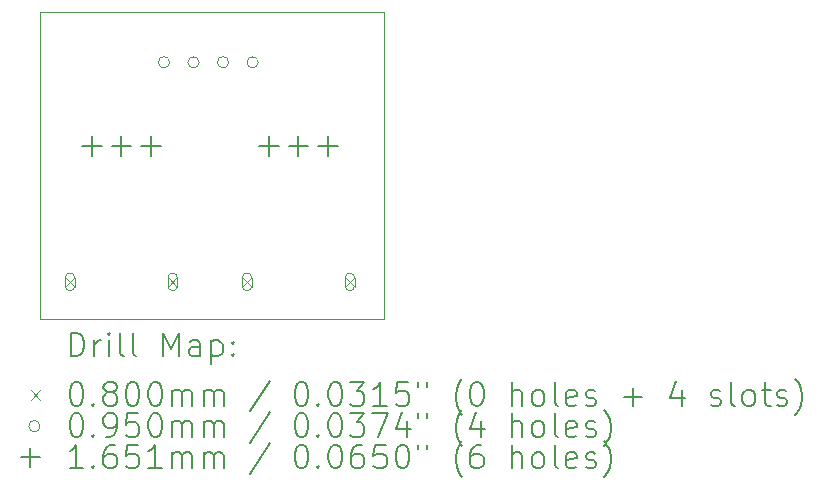
<source format=gbr>
%TF.GenerationSoftware,KiCad,Pcbnew,8.0.2*%
%TF.CreationDate,2024-08-21T00:08:59-07:00*%
%TF.ProjectId,socket_test,736f636b-6574-45f7-9465-73742e6b6963,rev?*%
%TF.SameCoordinates,Original*%
%TF.FileFunction,Drillmap*%
%TF.FilePolarity,Positive*%
%FSLAX45Y45*%
G04 Gerber Fmt 4.5, Leading zero omitted, Abs format (unit mm)*
G04 Created by KiCad (PCBNEW 8.0.2) date 2024-08-21 00:08:59*
%MOMM*%
%LPD*%
G01*
G04 APERTURE LIST*
%ADD10C,0.050000*%
%ADD11C,0.200000*%
%ADD12C,0.100000*%
%ADD13C,0.165100*%
G04 APERTURE END LIST*
D10*
X23558500Y-12506960D02*
X26469340Y-12506960D01*
X26469340Y-15105380D01*
X23558500Y-15105380D01*
X23558500Y-12506960D01*
D11*
D12*
X23768640Y-14750420D02*
X23848640Y-14830420D01*
X23848640Y-14750420D02*
X23768640Y-14830420D01*
X23848640Y-14825420D02*
X23848640Y-14755420D01*
X23768640Y-14755420D02*
G75*
G02*
X23848640Y-14755420I40000J0D01*
G01*
X23768640Y-14755420D02*
X23768640Y-14825420D01*
X23768640Y-14825420D02*
G75*
G03*
X23848640Y-14825420I40000J0D01*
G01*
X24638640Y-14750420D02*
X24718640Y-14830420D01*
X24718640Y-14750420D02*
X24638640Y-14830420D01*
X24718640Y-14825420D02*
X24718640Y-14755420D01*
X24638640Y-14755420D02*
G75*
G02*
X24718640Y-14755420I40000J0D01*
G01*
X24638640Y-14755420D02*
X24638640Y-14825420D01*
X24638640Y-14825420D02*
G75*
G03*
X24718640Y-14825420I40000J0D01*
G01*
X25268640Y-14750420D02*
X25348640Y-14830420D01*
X25348640Y-14750420D02*
X25268640Y-14830420D01*
X25348640Y-14825420D02*
X25348640Y-14755420D01*
X25268640Y-14755420D02*
G75*
G02*
X25348640Y-14755420I40000J0D01*
G01*
X25268640Y-14755420D02*
X25268640Y-14825420D01*
X25268640Y-14825420D02*
G75*
G03*
X25348640Y-14825420I40000J0D01*
G01*
X26138640Y-14750420D02*
X26218640Y-14830420D01*
X26218640Y-14750420D02*
X26138640Y-14830420D01*
X26218640Y-14825420D02*
X26218640Y-14755420D01*
X26138640Y-14755420D02*
G75*
G02*
X26218640Y-14755420I40000J0D01*
G01*
X26138640Y-14755420D02*
X26138640Y-14825420D01*
X26138640Y-14825420D02*
G75*
G03*
X26218640Y-14825420I40000J0D01*
G01*
X24652480Y-12931140D02*
G75*
G02*
X24557480Y-12931140I-47500J0D01*
G01*
X24557480Y-12931140D02*
G75*
G02*
X24652480Y-12931140I47500J0D01*
G01*
X24902480Y-12931140D02*
G75*
G02*
X24807480Y-12931140I-47500J0D01*
G01*
X24807480Y-12931140D02*
G75*
G02*
X24902480Y-12931140I47500J0D01*
G01*
X25152480Y-12931140D02*
G75*
G02*
X25057480Y-12931140I-47500J0D01*
G01*
X25057480Y-12931140D02*
G75*
G02*
X25152480Y-12931140I47500J0D01*
G01*
X25402480Y-12931140D02*
G75*
G02*
X25307480Y-12931140I-47500J0D01*
G01*
X25307480Y-12931140D02*
G75*
G02*
X25402480Y-12931140I47500J0D01*
G01*
D13*
X23993640Y-13557870D02*
X23993640Y-13722970D01*
X23911090Y-13640420D02*
X24076190Y-13640420D01*
X24243640Y-13557870D02*
X24243640Y-13722970D01*
X24161090Y-13640420D02*
X24326190Y-13640420D01*
X24493640Y-13557870D02*
X24493640Y-13722970D01*
X24411090Y-13640420D02*
X24576190Y-13640420D01*
X25493640Y-13557870D02*
X25493640Y-13722970D01*
X25411090Y-13640420D02*
X25576190Y-13640420D01*
X25743640Y-13557870D02*
X25743640Y-13722970D01*
X25661090Y-13640420D02*
X25826190Y-13640420D01*
X25993640Y-13557870D02*
X25993640Y-13722970D01*
X25911090Y-13640420D02*
X26076190Y-13640420D01*
D11*
X23816777Y-15419364D02*
X23816777Y-15219364D01*
X23816777Y-15219364D02*
X23864396Y-15219364D01*
X23864396Y-15219364D02*
X23892967Y-15228888D01*
X23892967Y-15228888D02*
X23912015Y-15247935D01*
X23912015Y-15247935D02*
X23921539Y-15266983D01*
X23921539Y-15266983D02*
X23931062Y-15305078D01*
X23931062Y-15305078D02*
X23931062Y-15333649D01*
X23931062Y-15333649D02*
X23921539Y-15371745D01*
X23921539Y-15371745D02*
X23912015Y-15390792D01*
X23912015Y-15390792D02*
X23892967Y-15409840D01*
X23892967Y-15409840D02*
X23864396Y-15419364D01*
X23864396Y-15419364D02*
X23816777Y-15419364D01*
X24016777Y-15419364D02*
X24016777Y-15286030D01*
X24016777Y-15324126D02*
X24026301Y-15305078D01*
X24026301Y-15305078D02*
X24035824Y-15295554D01*
X24035824Y-15295554D02*
X24054872Y-15286030D01*
X24054872Y-15286030D02*
X24073920Y-15286030D01*
X24140586Y-15419364D02*
X24140586Y-15286030D01*
X24140586Y-15219364D02*
X24131062Y-15228888D01*
X24131062Y-15228888D02*
X24140586Y-15238411D01*
X24140586Y-15238411D02*
X24150110Y-15228888D01*
X24150110Y-15228888D02*
X24140586Y-15219364D01*
X24140586Y-15219364D02*
X24140586Y-15238411D01*
X24264396Y-15419364D02*
X24245348Y-15409840D01*
X24245348Y-15409840D02*
X24235824Y-15390792D01*
X24235824Y-15390792D02*
X24235824Y-15219364D01*
X24369158Y-15419364D02*
X24350110Y-15409840D01*
X24350110Y-15409840D02*
X24340586Y-15390792D01*
X24340586Y-15390792D02*
X24340586Y-15219364D01*
X24597729Y-15419364D02*
X24597729Y-15219364D01*
X24597729Y-15219364D02*
X24664396Y-15362221D01*
X24664396Y-15362221D02*
X24731062Y-15219364D01*
X24731062Y-15219364D02*
X24731062Y-15419364D01*
X24912015Y-15419364D02*
X24912015Y-15314602D01*
X24912015Y-15314602D02*
X24902491Y-15295554D01*
X24902491Y-15295554D02*
X24883443Y-15286030D01*
X24883443Y-15286030D02*
X24845348Y-15286030D01*
X24845348Y-15286030D02*
X24826301Y-15295554D01*
X24912015Y-15409840D02*
X24892967Y-15419364D01*
X24892967Y-15419364D02*
X24845348Y-15419364D01*
X24845348Y-15419364D02*
X24826301Y-15409840D01*
X24826301Y-15409840D02*
X24816777Y-15390792D01*
X24816777Y-15390792D02*
X24816777Y-15371745D01*
X24816777Y-15371745D02*
X24826301Y-15352697D01*
X24826301Y-15352697D02*
X24845348Y-15343173D01*
X24845348Y-15343173D02*
X24892967Y-15343173D01*
X24892967Y-15343173D02*
X24912015Y-15333649D01*
X25007253Y-15286030D02*
X25007253Y-15486030D01*
X25007253Y-15295554D02*
X25026301Y-15286030D01*
X25026301Y-15286030D02*
X25064396Y-15286030D01*
X25064396Y-15286030D02*
X25083443Y-15295554D01*
X25083443Y-15295554D02*
X25092967Y-15305078D01*
X25092967Y-15305078D02*
X25102491Y-15324126D01*
X25102491Y-15324126D02*
X25102491Y-15381268D01*
X25102491Y-15381268D02*
X25092967Y-15400316D01*
X25092967Y-15400316D02*
X25083443Y-15409840D01*
X25083443Y-15409840D02*
X25064396Y-15419364D01*
X25064396Y-15419364D02*
X25026301Y-15419364D01*
X25026301Y-15419364D02*
X25007253Y-15409840D01*
X25188205Y-15400316D02*
X25197729Y-15409840D01*
X25197729Y-15409840D02*
X25188205Y-15419364D01*
X25188205Y-15419364D02*
X25178682Y-15409840D01*
X25178682Y-15409840D02*
X25188205Y-15400316D01*
X25188205Y-15400316D02*
X25188205Y-15419364D01*
X25188205Y-15295554D02*
X25197729Y-15305078D01*
X25197729Y-15305078D02*
X25188205Y-15314602D01*
X25188205Y-15314602D02*
X25178682Y-15305078D01*
X25178682Y-15305078D02*
X25188205Y-15295554D01*
X25188205Y-15295554D02*
X25188205Y-15314602D01*
D12*
X23476000Y-15707880D02*
X23556000Y-15787880D01*
X23556000Y-15707880D02*
X23476000Y-15787880D01*
D11*
X23854872Y-15639364D02*
X23873920Y-15639364D01*
X23873920Y-15639364D02*
X23892967Y-15648888D01*
X23892967Y-15648888D02*
X23902491Y-15658411D01*
X23902491Y-15658411D02*
X23912015Y-15677459D01*
X23912015Y-15677459D02*
X23921539Y-15715554D01*
X23921539Y-15715554D02*
X23921539Y-15763173D01*
X23921539Y-15763173D02*
X23912015Y-15801268D01*
X23912015Y-15801268D02*
X23902491Y-15820316D01*
X23902491Y-15820316D02*
X23892967Y-15829840D01*
X23892967Y-15829840D02*
X23873920Y-15839364D01*
X23873920Y-15839364D02*
X23854872Y-15839364D01*
X23854872Y-15839364D02*
X23835824Y-15829840D01*
X23835824Y-15829840D02*
X23826301Y-15820316D01*
X23826301Y-15820316D02*
X23816777Y-15801268D01*
X23816777Y-15801268D02*
X23807253Y-15763173D01*
X23807253Y-15763173D02*
X23807253Y-15715554D01*
X23807253Y-15715554D02*
X23816777Y-15677459D01*
X23816777Y-15677459D02*
X23826301Y-15658411D01*
X23826301Y-15658411D02*
X23835824Y-15648888D01*
X23835824Y-15648888D02*
X23854872Y-15639364D01*
X24007253Y-15820316D02*
X24016777Y-15829840D01*
X24016777Y-15829840D02*
X24007253Y-15839364D01*
X24007253Y-15839364D02*
X23997729Y-15829840D01*
X23997729Y-15829840D02*
X24007253Y-15820316D01*
X24007253Y-15820316D02*
X24007253Y-15839364D01*
X24131062Y-15725078D02*
X24112015Y-15715554D01*
X24112015Y-15715554D02*
X24102491Y-15706030D01*
X24102491Y-15706030D02*
X24092967Y-15686983D01*
X24092967Y-15686983D02*
X24092967Y-15677459D01*
X24092967Y-15677459D02*
X24102491Y-15658411D01*
X24102491Y-15658411D02*
X24112015Y-15648888D01*
X24112015Y-15648888D02*
X24131062Y-15639364D01*
X24131062Y-15639364D02*
X24169158Y-15639364D01*
X24169158Y-15639364D02*
X24188205Y-15648888D01*
X24188205Y-15648888D02*
X24197729Y-15658411D01*
X24197729Y-15658411D02*
X24207253Y-15677459D01*
X24207253Y-15677459D02*
X24207253Y-15686983D01*
X24207253Y-15686983D02*
X24197729Y-15706030D01*
X24197729Y-15706030D02*
X24188205Y-15715554D01*
X24188205Y-15715554D02*
X24169158Y-15725078D01*
X24169158Y-15725078D02*
X24131062Y-15725078D01*
X24131062Y-15725078D02*
X24112015Y-15734602D01*
X24112015Y-15734602D02*
X24102491Y-15744126D01*
X24102491Y-15744126D02*
X24092967Y-15763173D01*
X24092967Y-15763173D02*
X24092967Y-15801268D01*
X24092967Y-15801268D02*
X24102491Y-15820316D01*
X24102491Y-15820316D02*
X24112015Y-15829840D01*
X24112015Y-15829840D02*
X24131062Y-15839364D01*
X24131062Y-15839364D02*
X24169158Y-15839364D01*
X24169158Y-15839364D02*
X24188205Y-15829840D01*
X24188205Y-15829840D02*
X24197729Y-15820316D01*
X24197729Y-15820316D02*
X24207253Y-15801268D01*
X24207253Y-15801268D02*
X24207253Y-15763173D01*
X24207253Y-15763173D02*
X24197729Y-15744126D01*
X24197729Y-15744126D02*
X24188205Y-15734602D01*
X24188205Y-15734602D02*
X24169158Y-15725078D01*
X24331062Y-15639364D02*
X24350110Y-15639364D01*
X24350110Y-15639364D02*
X24369158Y-15648888D01*
X24369158Y-15648888D02*
X24378682Y-15658411D01*
X24378682Y-15658411D02*
X24388205Y-15677459D01*
X24388205Y-15677459D02*
X24397729Y-15715554D01*
X24397729Y-15715554D02*
X24397729Y-15763173D01*
X24397729Y-15763173D02*
X24388205Y-15801268D01*
X24388205Y-15801268D02*
X24378682Y-15820316D01*
X24378682Y-15820316D02*
X24369158Y-15829840D01*
X24369158Y-15829840D02*
X24350110Y-15839364D01*
X24350110Y-15839364D02*
X24331062Y-15839364D01*
X24331062Y-15839364D02*
X24312015Y-15829840D01*
X24312015Y-15829840D02*
X24302491Y-15820316D01*
X24302491Y-15820316D02*
X24292967Y-15801268D01*
X24292967Y-15801268D02*
X24283443Y-15763173D01*
X24283443Y-15763173D02*
X24283443Y-15715554D01*
X24283443Y-15715554D02*
X24292967Y-15677459D01*
X24292967Y-15677459D02*
X24302491Y-15658411D01*
X24302491Y-15658411D02*
X24312015Y-15648888D01*
X24312015Y-15648888D02*
X24331062Y-15639364D01*
X24521539Y-15639364D02*
X24540586Y-15639364D01*
X24540586Y-15639364D02*
X24559634Y-15648888D01*
X24559634Y-15648888D02*
X24569158Y-15658411D01*
X24569158Y-15658411D02*
X24578682Y-15677459D01*
X24578682Y-15677459D02*
X24588205Y-15715554D01*
X24588205Y-15715554D02*
X24588205Y-15763173D01*
X24588205Y-15763173D02*
X24578682Y-15801268D01*
X24578682Y-15801268D02*
X24569158Y-15820316D01*
X24569158Y-15820316D02*
X24559634Y-15829840D01*
X24559634Y-15829840D02*
X24540586Y-15839364D01*
X24540586Y-15839364D02*
X24521539Y-15839364D01*
X24521539Y-15839364D02*
X24502491Y-15829840D01*
X24502491Y-15829840D02*
X24492967Y-15820316D01*
X24492967Y-15820316D02*
X24483443Y-15801268D01*
X24483443Y-15801268D02*
X24473920Y-15763173D01*
X24473920Y-15763173D02*
X24473920Y-15715554D01*
X24473920Y-15715554D02*
X24483443Y-15677459D01*
X24483443Y-15677459D02*
X24492967Y-15658411D01*
X24492967Y-15658411D02*
X24502491Y-15648888D01*
X24502491Y-15648888D02*
X24521539Y-15639364D01*
X24673920Y-15839364D02*
X24673920Y-15706030D01*
X24673920Y-15725078D02*
X24683443Y-15715554D01*
X24683443Y-15715554D02*
X24702491Y-15706030D01*
X24702491Y-15706030D02*
X24731063Y-15706030D01*
X24731063Y-15706030D02*
X24750110Y-15715554D01*
X24750110Y-15715554D02*
X24759634Y-15734602D01*
X24759634Y-15734602D02*
X24759634Y-15839364D01*
X24759634Y-15734602D02*
X24769158Y-15715554D01*
X24769158Y-15715554D02*
X24788205Y-15706030D01*
X24788205Y-15706030D02*
X24816777Y-15706030D01*
X24816777Y-15706030D02*
X24835824Y-15715554D01*
X24835824Y-15715554D02*
X24845348Y-15734602D01*
X24845348Y-15734602D02*
X24845348Y-15839364D01*
X24940586Y-15839364D02*
X24940586Y-15706030D01*
X24940586Y-15725078D02*
X24950110Y-15715554D01*
X24950110Y-15715554D02*
X24969158Y-15706030D01*
X24969158Y-15706030D02*
X24997729Y-15706030D01*
X24997729Y-15706030D02*
X25016777Y-15715554D01*
X25016777Y-15715554D02*
X25026301Y-15734602D01*
X25026301Y-15734602D02*
X25026301Y-15839364D01*
X25026301Y-15734602D02*
X25035824Y-15715554D01*
X25035824Y-15715554D02*
X25054872Y-15706030D01*
X25054872Y-15706030D02*
X25083443Y-15706030D01*
X25083443Y-15706030D02*
X25102491Y-15715554D01*
X25102491Y-15715554D02*
X25112015Y-15734602D01*
X25112015Y-15734602D02*
X25112015Y-15839364D01*
X25502491Y-15629840D02*
X25331063Y-15886983D01*
X25759634Y-15639364D02*
X25778682Y-15639364D01*
X25778682Y-15639364D02*
X25797729Y-15648888D01*
X25797729Y-15648888D02*
X25807253Y-15658411D01*
X25807253Y-15658411D02*
X25816777Y-15677459D01*
X25816777Y-15677459D02*
X25826301Y-15715554D01*
X25826301Y-15715554D02*
X25826301Y-15763173D01*
X25826301Y-15763173D02*
X25816777Y-15801268D01*
X25816777Y-15801268D02*
X25807253Y-15820316D01*
X25807253Y-15820316D02*
X25797729Y-15829840D01*
X25797729Y-15829840D02*
X25778682Y-15839364D01*
X25778682Y-15839364D02*
X25759634Y-15839364D01*
X25759634Y-15839364D02*
X25740586Y-15829840D01*
X25740586Y-15829840D02*
X25731063Y-15820316D01*
X25731063Y-15820316D02*
X25721539Y-15801268D01*
X25721539Y-15801268D02*
X25712015Y-15763173D01*
X25712015Y-15763173D02*
X25712015Y-15715554D01*
X25712015Y-15715554D02*
X25721539Y-15677459D01*
X25721539Y-15677459D02*
X25731063Y-15658411D01*
X25731063Y-15658411D02*
X25740586Y-15648888D01*
X25740586Y-15648888D02*
X25759634Y-15639364D01*
X25912015Y-15820316D02*
X25921539Y-15829840D01*
X25921539Y-15829840D02*
X25912015Y-15839364D01*
X25912015Y-15839364D02*
X25902491Y-15829840D01*
X25902491Y-15829840D02*
X25912015Y-15820316D01*
X25912015Y-15820316D02*
X25912015Y-15839364D01*
X26045348Y-15639364D02*
X26064396Y-15639364D01*
X26064396Y-15639364D02*
X26083444Y-15648888D01*
X26083444Y-15648888D02*
X26092967Y-15658411D01*
X26092967Y-15658411D02*
X26102491Y-15677459D01*
X26102491Y-15677459D02*
X26112015Y-15715554D01*
X26112015Y-15715554D02*
X26112015Y-15763173D01*
X26112015Y-15763173D02*
X26102491Y-15801268D01*
X26102491Y-15801268D02*
X26092967Y-15820316D01*
X26092967Y-15820316D02*
X26083444Y-15829840D01*
X26083444Y-15829840D02*
X26064396Y-15839364D01*
X26064396Y-15839364D02*
X26045348Y-15839364D01*
X26045348Y-15839364D02*
X26026301Y-15829840D01*
X26026301Y-15829840D02*
X26016777Y-15820316D01*
X26016777Y-15820316D02*
X26007253Y-15801268D01*
X26007253Y-15801268D02*
X25997729Y-15763173D01*
X25997729Y-15763173D02*
X25997729Y-15715554D01*
X25997729Y-15715554D02*
X26007253Y-15677459D01*
X26007253Y-15677459D02*
X26016777Y-15658411D01*
X26016777Y-15658411D02*
X26026301Y-15648888D01*
X26026301Y-15648888D02*
X26045348Y-15639364D01*
X26178682Y-15639364D02*
X26302491Y-15639364D01*
X26302491Y-15639364D02*
X26235825Y-15715554D01*
X26235825Y-15715554D02*
X26264396Y-15715554D01*
X26264396Y-15715554D02*
X26283444Y-15725078D01*
X26283444Y-15725078D02*
X26292967Y-15734602D01*
X26292967Y-15734602D02*
X26302491Y-15753649D01*
X26302491Y-15753649D02*
X26302491Y-15801268D01*
X26302491Y-15801268D02*
X26292967Y-15820316D01*
X26292967Y-15820316D02*
X26283444Y-15829840D01*
X26283444Y-15829840D02*
X26264396Y-15839364D01*
X26264396Y-15839364D02*
X26207253Y-15839364D01*
X26207253Y-15839364D02*
X26188206Y-15829840D01*
X26188206Y-15829840D02*
X26178682Y-15820316D01*
X26492967Y-15839364D02*
X26378682Y-15839364D01*
X26435825Y-15839364D02*
X26435825Y-15639364D01*
X26435825Y-15639364D02*
X26416777Y-15667935D01*
X26416777Y-15667935D02*
X26397729Y-15686983D01*
X26397729Y-15686983D02*
X26378682Y-15696507D01*
X26673920Y-15639364D02*
X26578682Y-15639364D01*
X26578682Y-15639364D02*
X26569158Y-15734602D01*
X26569158Y-15734602D02*
X26578682Y-15725078D01*
X26578682Y-15725078D02*
X26597729Y-15715554D01*
X26597729Y-15715554D02*
X26645348Y-15715554D01*
X26645348Y-15715554D02*
X26664396Y-15725078D01*
X26664396Y-15725078D02*
X26673920Y-15734602D01*
X26673920Y-15734602D02*
X26683444Y-15753649D01*
X26683444Y-15753649D02*
X26683444Y-15801268D01*
X26683444Y-15801268D02*
X26673920Y-15820316D01*
X26673920Y-15820316D02*
X26664396Y-15829840D01*
X26664396Y-15829840D02*
X26645348Y-15839364D01*
X26645348Y-15839364D02*
X26597729Y-15839364D01*
X26597729Y-15839364D02*
X26578682Y-15829840D01*
X26578682Y-15829840D02*
X26569158Y-15820316D01*
X26759634Y-15639364D02*
X26759634Y-15677459D01*
X26835825Y-15639364D02*
X26835825Y-15677459D01*
X27131063Y-15915554D02*
X27121539Y-15906030D01*
X27121539Y-15906030D02*
X27102491Y-15877459D01*
X27102491Y-15877459D02*
X27092968Y-15858411D01*
X27092968Y-15858411D02*
X27083444Y-15829840D01*
X27083444Y-15829840D02*
X27073920Y-15782221D01*
X27073920Y-15782221D02*
X27073920Y-15744126D01*
X27073920Y-15744126D02*
X27083444Y-15696507D01*
X27083444Y-15696507D02*
X27092968Y-15667935D01*
X27092968Y-15667935D02*
X27102491Y-15648888D01*
X27102491Y-15648888D02*
X27121539Y-15620316D01*
X27121539Y-15620316D02*
X27131063Y-15610792D01*
X27245348Y-15639364D02*
X27264396Y-15639364D01*
X27264396Y-15639364D02*
X27283444Y-15648888D01*
X27283444Y-15648888D02*
X27292968Y-15658411D01*
X27292968Y-15658411D02*
X27302491Y-15677459D01*
X27302491Y-15677459D02*
X27312015Y-15715554D01*
X27312015Y-15715554D02*
X27312015Y-15763173D01*
X27312015Y-15763173D02*
X27302491Y-15801268D01*
X27302491Y-15801268D02*
X27292968Y-15820316D01*
X27292968Y-15820316D02*
X27283444Y-15829840D01*
X27283444Y-15829840D02*
X27264396Y-15839364D01*
X27264396Y-15839364D02*
X27245348Y-15839364D01*
X27245348Y-15839364D02*
X27226301Y-15829840D01*
X27226301Y-15829840D02*
X27216777Y-15820316D01*
X27216777Y-15820316D02*
X27207253Y-15801268D01*
X27207253Y-15801268D02*
X27197729Y-15763173D01*
X27197729Y-15763173D02*
X27197729Y-15715554D01*
X27197729Y-15715554D02*
X27207253Y-15677459D01*
X27207253Y-15677459D02*
X27216777Y-15658411D01*
X27216777Y-15658411D02*
X27226301Y-15648888D01*
X27226301Y-15648888D02*
X27245348Y-15639364D01*
X27550110Y-15839364D02*
X27550110Y-15639364D01*
X27635825Y-15839364D02*
X27635825Y-15734602D01*
X27635825Y-15734602D02*
X27626301Y-15715554D01*
X27626301Y-15715554D02*
X27607253Y-15706030D01*
X27607253Y-15706030D02*
X27578682Y-15706030D01*
X27578682Y-15706030D02*
X27559634Y-15715554D01*
X27559634Y-15715554D02*
X27550110Y-15725078D01*
X27759634Y-15839364D02*
X27740587Y-15829840D01*
X27740587Y-15829840D02*
X27731063Y-15820316D01*
X27731063Y-15820316D02*
X27721539Y-15801268D01*
X27721539Y-15801268D02*
X27721539Y-15744126D01*
X27721539Y-15744126D02*
X27731063Y-15725078D01*
X27731063Y-15725078D02*
X27740587Y-15715554D01*
X27740587Y-15715554D02*
X27759634Y-15706030D01*
X27759634Y-15706030D02*
X27788206Y-15706030D01*
X27788206Y-15706030D02*
X27807253Y-15715554D01*
X27807253Y-15715554D02*
X27816777Y-15725078D01*
X27816777Y-15725078D02*
X27826301Y-15744126D01*
X27826301Y-15744126D02*
X27826301Y-15801268D01*
X27826301Y-15801268D02*
X27816777Y-15820316D01*
X27816777Y-15820316D02*
X27807253Y-15829840D01*
X27807253Y-15829840D02*
X27788206Y-15839364D01*
X27788206Y-15839364D02*
X27759634Y-15839364D01*
X27940587Y-15839364D02*
X27921539Y-15829840D01*
X27921539Y-15829840D02*
X27912015Y-15810792D01*
X27912015Y-15810792D02*
X27912015Y-15639364D01*
X28092968Y-15829840D02*
X28073920Y-15839364D01*
X28073920Y-15839364D02*
X28035825Y-15839364D01*
X28035825Y-15839364D02*
X28016777Y-15829840D01*
X28016777Y-15829840D02*
X28007253Y-15810792D01*
X28007253Y-15810792D02*
X28007253Y-15734602D01*
X28007253Y-15734602D02*
X28016777Y-15715554D01*
X28016777Y-15715554D02*
X28035825Y-15706030D01*
X28035825Y-15706030D02*
X28073920Y-15706030D01*
X28073920Y-15706030D02*
X28092968Y-15715554D01*
X28092968Y-15715554D02*
X28102491Y-15734602D01*
X28102491Y-15734602D02*
X28102491Y-15753649D01*
X28102491Y-15753649D02*
X28007253Y-15772697D01*
X28178682Y-15829840D02*
X28197730Y-15839364D01*
X28197730Y-15839364D02*
X28235825Y-15839364D01*
X28235825Y-15839364D02*
X28254872Y-15829840D01*
X28254872Y-15829840D02*
X28264396Y-15810792D01*
X28264396Y-15810792D02*
X28264396Y-15801268D01*
X28264396Y-15801268D02*
X28254872Y-15782221D01*
X28254872Y-15782221D02*
X28235825Y-15772697D01*
X28235825Y-15772697D02*
X28207253Y-15772697D01*
X28207253Y-15772697D02*
X28188206Y-15763173D01*
X28188206Y-15763173D02*
X28178682Y-15744126D01*
X28178682Y-15744126D02*
X28178682Y-15734602D01*
X28178682Y-15734602D02*
X28188206Y-15715554D01*
X28188206Y-15715554D02*
X28207253Y-15706030D01*
X28207253Y-15706030D02*
X28235825Y-15706030D01*
X28235825Y-15706030D02*
X28254872Y-15715554D01*
X28502492Y-15763173D02*
X28654873Y-15763173D01*
X28578682Y-15839364D02*
X28578682Y-15686983D01*
X28988206Y-15706030D02*
X28988206Y-15839364D01*
X28940587Y-15629840D02*
X28892968Y-15772697D01*
X28892968Y-15772697D02*
X29016777Y-15772697D01*
X29235825Y-15829840D02*
X29254873Y-15839364D01*
X29254873Y-15839364D02*
X29292968Y-15839364D01*
X29292968Y-15839364D02*
X29312015Y-15829840D01*
X29312015Y-15829840D02*
X29321539Y-15810792D01*
X29321539Y-15810792D02*
X29321539Y-15801268D01*
X29321539Y-15801268D02*
X29312015Y-15782221D01*
X29312015Y-15782221D02*
X29292968Y-15772697D01*
X29292968Y-15772697D02*
X29264396Y-15772697D01*
X29264396Y-15772697D02*
X29245349Y-15763173D01*
X29245349Y-15763173D02*
X29235825Y-15744126D01*
X29235825Y-15744126D02*
X29235825Y-15734602D01*
X29235825Y-15734602D02*
X29245349Y-15715554D01*
X29245349Y-15715554D02*
X29264396Y-15706030D01*
X29264396Y-15706030D02*
X29292968Y-15706030D01*
X29292968Y-15706030D02*
X29312015Y-15715554D01*
X29435825Y-15839364D02*
X29416777Y-15829840D01*
X29416777Y-15829840D02*
X29407254Y-15810792D01*
X29407254Y-15810792D02*
X29407254Y-15639364D01*
X29540587Y-15839364D02*
X29521539Y-15829840D01*
X29521539Y-15829840D02*
X29512015Y-15820316D01*
X29512015Y-15820316D02*
X29502492Y-15801268D01*
X29502492Y-15801268D02*
X29502492Y-15744126D01*
X29502492Y-15744126D02*
X29512015Y-15725078D01*
X29512015Y-15725078D02*
X29521539Y-15715554D01*
X29521539Y-15715554D02*
X29540587Y-15706030D01*
X29540587Y-15706030D02*
X29569158Y-15706030D01*
X29569158Y-15706030D02*
X29588206Y-15715554D01*
X29588206Y-15715554D02*
X29597730Y-15725078D01*
X29597730Y-15725078D02*
X29607254Y-15744126D01*
X29607254Y-15744126D02*
X29607254Y-15801268D01*
X29607254Y-15801268D02*
X29597730Y-15820316D01*
X29597730Y-15820316D02*
X29588206Y-15829840D01*
X29588206Y-15829840D02*
X29569158Y-15839364D01*
X29569158Y-15839364D02*
X29540587Y-15839364D01*
X29664396Y-15706030D02*
X29740587Y-15706030D01*
X29692968Y-15639364D02*
X29692968Y-15810792D01*
X29692968Y-15810792D02*
X29702492Y-15829840D01*
X29702492Y-15829840D02*
X29721539Y-15839364D01*
X29721539Y-15839364D02*
X29740587Y-15839364D01*
X29797730Y-15829840D02*
X29816777Y-15839364D01*
X29816777Y-15839364D02*
X29854873Y-15839364D01*
X29854873Y-15839364D02*
X29873920Y-15829840D01*
X29873920Y-15829840D02*
X29883444Y-15810792D01*
X29883444Y-15810792D02*
X29883444Y-15801268D01*
X29883444Y-15801268D02*
X29873920Y-15782221D01*
X29873920Y-15782221D02*
X29854873Y-15772697D01*
X29854873Y-15772697D02*
X29826301Y-15772697D01*
X29826301Y-15772697D02*
X29807254Y-15763173D01*
X29807254Y-15763173D02*
X29797730Y-15744126D01*
X29797730Y-15744126D02*
X29797730Y-15734602D01*
X29797730Y-15734602D02*
X29807254Y-15715554D01*
X29807254Y-15715554D02*
X29826301Y-15706030D01*
X29826301Y-15706030D02*
X29854873Y-15706030D01*
X29854873Y-15706030D02*
X29873920Y-15715554D01*
X29950111Y-15915554D02*
X29959635Y-15906030D01*
X29959635Y-15906030D02*
X29978682Y-15877459D01*
X29978682Y-15877459D02*
X29988206Y-15858411D01*
X29988206Y-15858411D02*
X29997730Y-15829840D01*
X29997730Y-15829840D02*
X30007254Y-15782221D01*
X30007254Y-15782221D02*
X30007254Y-15744126D01*
X30007254Y-15744126D02*
X29997730Y-15696507D01*
X29997730Y-15696507D02*
X29988206Y-15667935D01*
X29988206Y-15667935D02*
X29978682Y-15648888D01*
X29978682Y-15648888D02*
X29959635Y-15620316D01*
X29959635Y-15620316D02*
X29950111Y-15610792D01*
D12*
X23556000Y-16011880D02*
G75*
G02*
X23461000Y-16011880I-47500J0D01*
G01*
X23461000Y-16011880D02*
G75*
G02*
X23556000Y-16011880I47500J0D01*
G01*
D11*
X23854872Y-15903364D02*
X23873920Y-15903364D01*
X23873920Y-15903364D02*
X23892967Y-15912888D01*
X23892967Y-15912888D02*
X23902491Y-15922411D01*
X23902491Y-15922411D02*
X23912015Y-15941459D01*
X23912015Y-15941459D02*
X23921539Y-15979554D01*
X23921539Y-15979554D02*
X23921539Y-16027173D01*
X23921539Y-16027173D02*
X23912015Y-16065268D01*
X23912015Y-16065268D02*
X23902491Y-16084316D01*
X23902491Y-16084316D02*
X23892967Y-16093840D01*
X23892967Y-16093840D02*
X23873920Y-16103364D01*
X23873920Y-16103364D02*
X23854872Y-16103364D01*
X23854872Y-16103364D02*
X23835824Y-16093840D01*
X23835824Y-16093840D02*
X23826301Y-16084316D01*
X23826301Y-16084316D02*
X23816777Y-16065268D01*
X23816777Y-16065268D02*
X23807253Y-16027173D01*
X23807253Y-16027173D02*
X23807253Y-15979554D01*
X23807253Y-15979554D02*
X23816777Y-15941459D01*
X23816777Y-15941459D02*
X23826301Y-15922411D01*
X23826301Y-15922411D02*
X23835824Y-15912888D01*
X23835824Y-15912888D02*
X23854872Y-15903364D01*
X24007253Y-16084316D02*
X24016777Y-16093840D01*
X24016777Y-16093840D02*
X24007253Y-16103364D01*
X24007253Y-16103364D02*
X23997729Y-16093840D01*
X23997729Y-16093840D02*
X24007253Y-16084316D01*
X24007253Y-16084316D02*
X24007253Y-16103364D01*
X24112015Y-16103364D02*
X24150110Y-16103364D01*
X24150110Y-16103364D02*
X24169158Y-16093840D01*
X24169158Y-16093840D02*
X24178682Y-16084316D01*
X24178682Y-16084316D02*
X24197729Y-16055745D01*
X24197729Y-16055745D02*
X24207253Y-16017649D01*
X24207253Y-16017649D02*
X24207253Y-15941459D01*
X24207253Y-15941459D02*
X24197729Y-15922411D01*
X24197729Y-15922411D02*
X24188205Y-15912888D01*
X24188205Y-15912888D02*
X24169158Y-15903364D01*
X24169158Y-15903364D02*
X24131062Y-15903364D01*
X24131062Y-15903364D02*
X24112015Y-15912888D01*
X24112015Y-15912888D02*
X24102491Y-15922411D01*
X24102491Y-15922411D02*
X24092967Y-15941459D01*
X24092967Y-15941459D02*
X24092967Y-15989078D01*
X24092967Y-15989078D02*
X24102491Y-16008126D01*
X24102491Y-16008126D02*
X24112015Y-16017649D01*
X24112015Y-16017649D02*
X24131062Y-16027173D01*
X24131062Y-16027173D02*
X24169158Y-16027173D01*
X24169158Y-16027173D02*
X24188205Y-16017649D01*
X24188205Y-16017649D02*
X24197729Y-16008126D01*
X24197729Y-16008126D02*
X24207253Y-15989078D01*
X24388205Y-15903364D02*
X24292967Y-15903364D01*
X24292967Y-15903364D02*
X24283443Y-15998602D01*
X24283443Y-15998602D02*
X24292967Y-15989078D01*
X24292967Y-15989078D02*
X24312015Y-15979554D01*
X24312015Y-15979554D02*
X24359634Y-15979554D01*
X24359634Y-15979554D02*
X24378682Y-15989078D01*
X24378682Y-15989078D02*
X24388205Y-15998602D01*
X24388205Y-15998602D02*
X24397729Y-16017649D01*
X24397729Y-16017649D02*
X24397729Y-16065268D01*
X24397729Y-16065268D02*
X24388205Y-16084316D01*
X24388205Y-16084316D02*
X24378682Y-16093840D01*
X24378682Y-16093840D02*
X24359634Y-16103364D01*
X24359634Y-16103364D02*
X24312015Y-16103364D01*
X24312015Y-16103364D02*
X24292967Y-16093840D01*
X24292967Y-16093840D02*
X24283443Y-16084316D01*
X24521539Y-15903364D02*
X24540586Y-15903364D01*
X24540586Y-15903364D02*
X24559634Y-15912888D01*
X24559634Y-15912888D02*
X24569158Y-15922411D01*
X24569158Y-15922411D02*
X24578682Y-15941459D01*
X24578682Y-15941459D02*
X24588205Y-15979554D01*
X24588205Y-15979554D02*
X24588205Y-16027173D01*
X24588205Y-16027173D02*
X24578682Y-16065268D01*
X24578682Y-16065268D02*
X24569158Y-16084316D01*
X24569158Y-16084316D02*
X24559634Y-16093840D01*
X24559634Y-16093840D02*
X24540586Y-16103364D01*
X24540586Y-16103364D02*
X24521539Y-16103364D01*
X24521539Y-16103364D02*
X24502491Y-16093840D01*
X24502491Y-16093840D02*
X24492967Y-16084316D01*
X24492967Y-16084316D02*
X24483443Y-16065268D01*
X24483443Y-16065268D02*
X24473920Y-16027173D01*
X24473920Y-16027173D02*
X24473920Y-15979554D01*
X24473920Y-15979554D02*
X24483443Y-15941459D01*
X24483443Y-15941459D02*
X24492967Y-15922411D01*
X24492967Y-15922411D02*
X24502491Y-15912888D01*
X24502491Y-15912888D02*
X24521539Y-15903364D01*
X24673920Y-16103364D02*
X24673920Y-15970030D01*
X24673920Y-15989078D02*
X24683443Y-15979554D01*
X24683443Y-15979554D02*
X24702491Y-15970030D01*
X24702491Y-15970030D02*
X24731063Y-15970030D01*
X24731063Y-15970030D02*
X24750110Y-15979554D01*
X24750110Y-15979554D02*
X24759634Y-15998602D01*
X24759634Y-15998602D02*
X24759634Y-16103364D01*
X24759634Y-15998602D02*
X24769158Y-15979554D01*
X24769158Y-15979554D02*
X24788205Y-15970030D01*
X24788205Y-15970030D02*
X24816777Y-15970030D01*
X24816777Y-15970030D02*
X24835824Y-15979554D01*
X24835824Y-15979554D02*
X24845348Y-15998602D01*
X24845348Y-15998602D02*
X24845348Y-16103364D01*
X24940586Y-16103364D02*
X24940586Y-15970030D01*
X24940586Y-15989078D02*
X24950110Y-15979554D01*
X24950110Y-15979554D02*
X24969158Y-15970030D01*
X24969158Y-15970030D02*
X24997729Y-15970030D01*
X24997729Y-15970030D02*
X25016777Y-15979554D01*
X25016777Y-15979554D02*
X25026301Y-15998602D01*
X25026301Y-15998602D02*
X25026301Y-16103364D01*
X25026301Y-15998602D02*
X25035824Y-15979554D01*
X25035824Y-15979554D02*
X25054872Y-15970030D01*
X25054872Y-15970030D02*
X25083443Y-15970030D01*
X25083443Y-15970030D02*
X25102491Y-15979554D01*
X25102491Y-15979554D02*
X25112015Y-15998602D01*
X25112015Y-15998602D02*
X25112015Y-16103364D01*
X25502491Y-15893840D02*
X25331063Y-16150983D01*
X25759634Y-15903364D02*
X25778682Y-15903364D01*
X25778682Y-15903364D02*
X25797729Y-15912888D01*
X25797729Y-15912888D02*
X25807253Y-15922411D01*
X25807253Y-15922411D02*
X25816777Y-15941459D01*
X25816777Y-15941459D02*
X25826301Y-15979554D01*
X25826301Y-15979554D02*
X25826301Y-16027173D01*
X25826301Y-16027173D02*
X25816777Y-16065268D01*
X25816777Y-16065268D02*
X25807253Y-16084316D01*
X25807253Y-16084316D02*
X25797729Y-16093840D01*
X25797729Y-16093840D02*
X25778682Y-16103364D01*
X25778682Y-16103364D02*
X25759634Y-16103364D01*
X25759634Y-16103364D02*
X25740586Y-16093840D01*
X25740586Y-16093840D02*
X25731063Y-16084316D01*
X25731063Y-16084316D02*
X25721539Y-16065268D01*
X25721539Y-16065268D02*
X25712015Y-16027173D01*
X25712015Y-16027173D02*
X25712015Y-15979554D01*
X25712015Y-15979554D02*
X25721539Y-15941459D01*
X25721539Y-15941459D02*
X25731063Y-15922411D01*
X25731063Y-15922411D02*
X25740586Y-15912888D01*
X25740586Y-15912888D02*
X25759634Y-15903364D01*
X25912015Y-16084316D02*
X25921539Y-16093840D01*
X25921539Y-16093840D02*
X25912015Y-16103364D01*
X25912015Y-16103364D02*
X25902491Y-16093840D01*
X25902491Y-16093840D02*
X25912015Y-16084316D01*
X25912015Y-16084316D02*
X25912015Y-16103364D01*
X26045348Y-15903364D02*
X26064396Y-15903364D01*
X26064396Y-15903364D02*
X26083444Y-15912888D01*
X26083444Y-15912888D02*
X26092967Y-15922411D01*
X26092967Y-15922411D02*
X26102491Y-15941459D01*
X26102491Y-15941459D02*
X26112015Y-15979554D01*
X26112015Y-15979554D02*
X26112015Y-16027173D01*
X26112015Y-16027173D02*
X26102491Y-16065268D01*
X26102491Y-16065268D02*
X26092967Y-16084316D01*
X26092967Y-16084316D02*
X26083444Y-16093840D01*
X26083444Y-16093840D02*
X26064396Y-16103364D01*
X26064396Y-16103364D02*
X26045348Y-16103364D01*
X26045348Y-16103364D02*
X26026301Y-16093840D01*
X26026301Y-16093840D02*
X26016777Y-16084316D01*
X26016777Y-16084316D02*
X26007253Y-16065268D01*
X26007253Y-16065268D02*
X25997729Y-16027173D01*
X25997729Y-16027173D02*
X25997729Y-15979554D01*
X25997729Y-15979554D02*
X26007253Y-15941459D01*
X26007253Y-15941459D02*
X26016777Y-15922411D01*
X26016777Y-15922411D02*
X26026301Y-15912888D01*
X26026301Y-15912888D02*
X26045348Y-15903364D01*
X26178682Y-15903364D02*
X26302491Y-15903364D01*
X26302491Y-15903364D02*
X26235825Y-15979554D01*
X26235825Y-15979554D02*
X26264396Y-15979554D01*
X26264396Y-15979554D02*
X26283444Y-15989078D01*
X26283444Y-15989078D02*
X26292967Y-15998602D01*
X26292967Y-15998602D02*
X26302491Y-16017649D01*
X26302491Y-16017649D02*
X26302491Y-16065268D01*
X26302491Y-16065268D02*
X26292967Y-16084316D01*
X26292967Y-16084316D02*
X26283444Y-16093840D01*
X26283444Y-16093840D02*
X26264396Y-16103364D01*
X26264396Y-16103364D02*
X26207253Y-16103364D01*
X26207253Y-16103364D02*
X26188206Y-16093840D01*
X26188206Y-16093840D02*
X26178682Y-16084316D01*
X26369158Y-15903364D02*
X26502491Y-15903364D01*
X26502491Y-15903364D02*
X26416777Y-16103364D01*
X26664396Y-15970030D02*
X26664396Y-16103364D01*
X26616777Y-15893840D02*
X26569158Y-16036697D01*
X26569158Y-16036697D02*
X26692967Y-16036697D01*
X26759634Y-15903364D02*
X26759634Y-15941459D01*
X26835825Y-15903364D02*
X26835825Y-15941459D01*
X27131063Y-16179554D02*
X27121539Y-16170030D01*
X27121539Y-16170030D02*
X27102491Y-16141459D01*
X27102491Y-16141459D02*
X27092968Y-16122411D01*
X27092968Y-16122411D02*
X27083444Y-16093840D01*
X27083444Y-16093840D02*
X27073920Y-16046221D01*
X27073920Y-16046221D02*
X27073920Y-16008126D01*
X27073920Y-16008126D02*
X27083444Y-15960507D01*
X27083444Y-15960507D02*
X27092968Y-15931935D01*
X27092968Y-15931935D02*
X27102491Y-15912888D01*
X27102491Y-15912888D02*
X27121539Y-15884316D01*
X27121539Y-15884316D02*
X27131063Y-15874792D01*
X27292968Y-15970030D02*
X27292968Y-16103364D01*
X27245348Y-15893840D02*
X27197729Y-16036697D01*
X27197729Y-16036697D02*
X27321539Y-16036697D01*
X27550110Y-16103364D02*
X27550110Y-15903364D01*
X27635825Y-16103364D02*
X27635825Y-15998602D01*
X27635825Y-15998602D02*
X27626301Y-15979554D01*
X27626301Y-15979554D02*
X27607253Y-15970030D01*
X27607253Y-15970030D02*
X27578682Y-15970030D01*
X27578682Y-15970030D02*
X27559634Y-15979554D01*
X27559634Y-15979554D02*
X27550110Y-15989078D01*
X27759634Y-16103364D02*
X27740587Y-16093840D01*
X27740587Y-16093840D02*
X27731063Y-16084316D01*
X27731063Y-16084316D02*
X27721539Y-16065268D01*
X27721539Y-16065268D02*
X27721539Y-16008126D01*
X27721539Y-16008126D02*
X27731063Y-15989078D01*
X27731063Y-15989078D02*
X27740587Y-15979554D01*
X27740587Y-15979554D02*
X27759634Y-15970030D01*
X27759634Y-15970030D02*
X27788206Y-15970030D01*
X27788206Y-15970030D02*
X27807253Y-15979554D01*
X27807253Y-15979554D02*
X27816777Y-15989078D01*
X27816777Y-15989078D02*
X27826301Y-16008126D01*
X27826301Y-16008126D02*
X27826301Y-16065268D01*
X27826301Y-16065268D02*
X27816777Y-16084316D01*
X27816777Y-16084316D02*
X27807253Y-16093840D01*
X27807253Y-16093840D02*
X27788206Y-16103364D01*
X27788206Y-16103364D02*
X27759634Y-16103364D01*
X27940587Y-16103364D02*
X27921539Y-16093840D01*
X27921539Y-16093840D02*
X27912015Y-16074792D01*
X27912015Y-16074792D02*
X27912015Y-15903364D01*
X28092968Y-16093840D02*
X28073920Y-16103364D01*
X28073920Y-16103364D02*
X28035825Y-16103364D01*
X28035825Y-16103364D02*
X28016777Y-16093840D01*
X28016777Y-16093840D02*
X28007253Y-16074792D01*
X28007253Y-16074792D02*
X28007253Y-15998602D01*
X28007253Y-15998602D02*
X28016777Y-15979554D01*
X28016777Y-15979554D02*
X28035825Y-15970030D01*
X28035825Y-15970030D02*
X28073920Y-15970030D01*
X28073920Y-15970030D02*
X28092968Y-15979554D01*
X28092968Y-15979554D02*
X28102491Y-15998602D01*
X28102491Y-15998602D02*
X28102491Y-16017649D01*
X28102491Y-16017649D02*
X28007253Y-16036697D01*
X28178682Y-16093840D02*
X28197730Y-16103364D01*
X28197730Y-16103364D02*
X28235825Y-16103364D01*
X28235825Y-16103364D02*
X28254872Y-16093840D01*
X28254872Y-16093840D02*
X28264396Y-16074792D01*
X28264396Y-16074792D02*
X28264396Y-16065268D01*
X28264396Y-16065268D02*
X28254872Y-16046221D01*
X28254872Y-16046221D02*
X28235825Y-16036697D01*
X28235825Y-16036697D02*
X28207253Y-16036697D01*
X28207253Y-16036697D02*
X28188206Y-16027173D01*
X28188206Y-16027173D02*
X28178682Y-16008126D01*
X28178682Y-16008126D02*
X28178682Y-15998602D01*
X28178682Y-15998602D02*
X28188206Y-15979554D01*
X28188206Y-15979554D02*
X28207253Y-15970030D01*
X28207253Y-15970030D02*
X28235825Y-15970030D01*
X28235825Y-15970030D02*
X28254872Y-15979554D01*
X28331063Y-16179554D02*
X28340587Y-16170030D01*
X28340587Y-16170030D02*
X28359634Y-16141459D01*
X28359634Y-16141459D02*
X28369158Y-16122411D01*
X28369158Y-16122411D02*
X28378682Y-16093840D01*
X28378682Y-16093840D02*
X28388206Y-16046221D01*
X28388206Y-16046221D02*
X28388206Y-16008126D01*
X28388206Y-16008126D02*
X28378682Y-15960507D01*
X28378682Y-15960507D02*
X28369158Y-15931935D01*
X28369158Y-15931935D02*
X28359634Y-15912888D01*
X28359634Y-15912888D02*
X28340587Y-15884316D01*
X28340587Y-15884316D02*
X28331063Y-15874792D01*
D13*
X23473450Y-16193330D02*
X23473450Y-16358430D01*
X23390900Y-16275880D02*
X23556000Y-16275880D01*
D11*
X23921539Y-16367364D02*
X23807253Y-16367364D01*
X23864396Y-16367364D02*
X23864396Y-16167364D01*
X23864396Y-16167364D02*
X23845348Y-16195935D01*
X23845348Y-16195935D02*
X23826301Y-16214983D01*
X23826301Y-16214983D02*
X23807253Y-16224507D01*
X24007253Y-16348316D02*
X24016777Y-16357840D01*
X24016777Y-16357840D02*
X24007253Y-16367364D01*
X24007253Y-16367364D02*
X23997729Y-16357840D01*
X23997729Y-16357840D02*
X24007253Y-16348316D01*
X24007253Y-16348316D02*
X24007253Y-16367364D01*
X24188205Y-16167364D02*
X24150110Y-16167364D01*
X24150110Y-16167364D02*
X24131062Y-16176888D01*
X24131062Y-16176888D02*
X24121539Y-16186411D01*
X24121539Y-16186411D02*
X24102491Y-16214983D01*
X24102491Y-16214983D02*
X24092967Y-16253078D01*
X24092967Y-16253078D02*
X24092967Y-16329268D01*
X24092967Y-16329268D02*
X24102491Y-16348316D01*
X24102491Y-16348316D02*
X24112015Y-16357840D01*
X24112015Y-16357840D02*
X24131062Y-16367364D01*
X24131062Y-16367364D02*
X24169158Y-16367364D01*
X24169158Y-16367364D02*
X24188205Y-16357840D01*
X24188205Y-16357840D02*
X24197729Y-16348316D01*
X24197729Y-16348316D02*
X24207253Y-16329268D01*
X24207253Y-16329268D02*
X24207253Y-16281649D01*
X24207253Y-16281649D02*
X24197729Y-16262602D01*
X24197729Y-16262602D02*
X24188205Y-16253078D01*
X24188205Y-16253078D02*
X24169158Y-16243554D01*
X24169158Y-16243554D02*
X24131062Y-16243554D01*
X24131062Y-16243554D02*
X24112015Y-16253078D01*
X24112015Y-16253078D02*
X24102491Y-16262602D01*
X24102491Y-16262602D02*
X24092967Y-16281649D01*
X24388205Y-16167364D02*
X24292967Y-16167364D01*
X24292967Y-16167364D02*
X24283443Y-16262602D01*
X24283443Y-16262602D02*
X24292967Y-16253078D01*
X24292967Y-16253078D02*
X24312015Y-16243554D01*
X24312015Y-16243554D02*
X24359634Y-16243554D01*
X24359634Y-16243554D02*
X24378682Y-16253078D01*
X24378682Y-16253078D02*
X24388205Y-16262602D01*
X24388205Y-16262602D02*
X24397729Y-16281649D01*
X24397729Y-16281649D02*
X24397729Y-16329268D01*
X24397729Y-16329268D02*
X24388205Y-16348316D01*
X24388205Y-16348316D02*
X24378682Y-16357840D01*
X24378682Y-16357840D02*
X24359634Y-16367364D01*
X24359634Y-16367364D02*
X24312015Y-16367364D01*
X24312015Y-16367364D02*
X24292967Y-16357840D01*
X24292967Y-16357840D02*
X24283443Y-16348316D01*
X24588205Y-16367364D02*
X24473920Y-16367364D01*
X24531062Y-16367364D02*
X24531062Y-16167364D01*
X24531062Y-16167364D02*
X24512015Y-16195935D01*
X24512015Y-16195935D02*
X24492967Y-16214983D01*
X24492967Y-16214983D02*
X24473920Y-16224507D01*
X24673920Y-16367364D02*
X24673920Y-16234030D01*
X24673920Y-16253078D02*
X24683443Y-16243554D01*
X24683443Y-16243554D02*
X24702491Y-16234030D01*
X24702491Y-16234030D02*
X24731063Y-16234030D01*
X24731063Y-16234030D02*
X24750110Y-16243554D01*
X24750110Y-16243554D02*
X24759634Y-16262602D01*
X24759634Y-16262602D02*
X24759634Y-16367364D01*
X24759634Y-16262602D02*
X24769158Y-16243554D01*
X24769158Y-16243554D02*
X24788205Y-16234030D01*
X24788205Y-16234030D02*
X24816777Y-16234030D01*
X24816777Y-16234030D02*
X24835824Y-16243554D01*
X24835824Y-16243554D02*
X24845348Y-16262602D01*
X24845348Y-16262602D02*
X24845348Y-16367364D01*
X24940586Y-16367364D02*
X24940586Y-16234030D01*
X24940586Y-16253078D02*
X24950110Y-16243554D01*
X24950110Y-16243554D02*
X24969158Y-16234030D01*
X24969158Y-16234030D02*
X24997729Y-16234030D01*
X24997729Y-16234030D02*
X25016777Y-16243554D01*
X25016777Y-16243554D02*
X25026301Y-16262602D01*
X25026301Y-16262602D02*
X25026301Y-16367364D01*
X25026301Y-16262602D02*
X25035824Y-16243554D01*
X25035824Y-16243554D02*
X25054872Y-16234030D01*
X25054872Y-16234030D02*
X25083443Y-16234030D01*
X25083443Y-16234030D02*
X25102491Y-16243554D01*
X25102491Y-16243554D02*
X25112015Y-16262602D01*
X25112015Y-16262602D02*
X25112015Y-16367364D01*
X25502491Y-16157840D02*
X25331063Y-16414983D01*
X25759634Y-16167364D02*
X25778682Y-16167364D01*
X25778682Y-16167364D02*
X25797729Y-16176888D01*
X25797729Y-16176888D02*
X25807253Y-16186411D01*
X25807253Y-16186411D02*
X25816777Y-16205459D01*
X25816777Y-16205459D02*
X25826301Y-16243554D01*
X25826301Y-16243554D02*
X25826301Y-16291173D01*
X25826301Y-16291173D02*
X25816777Y-16329268D01*
X25816777Y-16329268D02*
X25807253Y-16348316D01*
X25807253Y-16348316D02*
X25797729Y-16357840D01*
X25797729Y-16357840D02*
X25778682Y-16367364D01*
X25778682Y-16367364D02*
X25759634Y-16367364D01*
X25759634Y-16367364D02*
X25740586Y-16357840D01*
X25740586Y-16357840D02*
X25731063Y-16348316D01*
X25731063Y-16348316D02*
X25721539Y-16329268D01*
X25721539Y-16329268D02*
X25712015Y-16291173D01*
X25712015Y-16291173D02*
X25712015Y-16243554D01*
X25712015Y-16243554D02*
X25721539Y-16205459D01*
X25721539Y-16205459D02*
X25731063Y-16186411D01*
X25731063Y-16186411D02*
X25740586Y-16176888D01*
X25740586Y-16176888D02*
X25759634Y-16167364D01*
X25912015Y-16348316D02*
X25921539Y-16357840D01*
X25921539Y-16357840D02*
X25912015Y-16367364D01*
X25912015Y-16367364D02*
X25902491Y-16357840D01*
X25902491Y-16357840D02*
X25912015Y-16348316D01*
X25912015Y-16348316D02*
X25912015Y-16367364D01*
X26045348Y-16167364D02*
X26064396Y-16167364D01*
X26064396Y-16167364D02*
X26083444Y-16176888D01*
X26083444Y-16176888D02*
X26092967Y-16186411D01*
X26092967Y-16186411D02*
X26102491Y-16205459D01*
X26102491Y-16205459D02*
X26112015Y-16243554D01*
X26112015Y-16243554D02*
X26112015Y-16291173D01*
X26112015Y-16291173D02*
X26102491Y-16329268D01*
X26102491Y-16329268D02*
X26092967Y-16348316D01*
X26092967Y-16348316D02*
X26083444Y-16357840D01*
X26083444Y-16357840D02*
X26064396Y-16367364D01*
X26064396Y-16367364D02*
X26045348Y-16367364D01*
X26045348Y-16367364D02*
X26026301Y-16357840D01*
X26026301Y-16357840D02*
X26016777Y-16348316D01*
X26016777Y-16348316D02*
X26007253Y-16329268D01*
X26007253Y-16329268D02*
X25997729Y-16291173D01*
X25997729Y-16291173D02*
X25997729Y-16243554D01*
X25997729Y-16243554D02*
X26007253Y-16205459D01*
X26007253Y-16205459D02*
X26016777Y-16186411D01*
X26016777Y-16186411D02*
X26026301Y-16176888D01*
X26026301Y-16176888D02*
X26045348Y-16167364D01*
X26283444Y-16167364D02*
X26245348Y-16167364D01*
X26245348Y-16167364D02*
X26226301Y-16176888D01*
X26226301Y-16176888D02*
X26216777Y-16186411D01*
X26216777Y-16186411D02*
X26197729Y-16214983D01*
X26197729Y-16214983D02*
X26188206Y-16253078D01*
X26188206Y-16253078D02*
X26188206Y-16329268D01*
X26188206Y-16329268D02*
X26197729Y-16348316D01*
X26197729Y-16348316D02*
X26207253Y-16357840D01*
X26207253Y-16357840D02*
X26226301Y-16367364D01*
X26226301Y-16367364D02*
X26264396Y-16367364D01*
X26264396Y-16367364D02*
X26283444Y-16357840D01*
X26283444Y-16357840D02*
X26292967Y-16348316D01*
X26292967Y-16348316D02*
X26302491Y-16329268D01*
X26302491Y-16329268D02*
X26302491Y-16281649D01*
X26302491Y-16281649D02*
X26292967Y-16262602D01*
X26292967Y-16262602D02*
X26283444Y-16253078D01*
X26283444Y-16253078D02*
X26264396Y-16243554D01*
X26264396Y-16243554D02*
X26226301Y-16243554D01*
X26226301Y-16243554D02*
X26207253Y-16253078D01*
X26207253Y-16253078D02*
X26197729Y-16262602D01*
X26197729Y-16262602D02*
X26188206Y-16281649D01*
X26483444Y-16167364D02*
X26388206Y-16167364D01*
X26388206Y-16167364D02*
X26378682Y-16262602D01*
X26378682Y-16262602D02*
X26388206Y-16253078D01*
X26388206Y-16253078D02*
X26407253Y-16243554D01*
X26407253Y-16243554D02*
X26454872Y-16243554D01*
X26454872Y-16243554D02*
X26473920Y-16253078D01*
X26473920Y-16253078D02*
X26483444Y-16262602D01*
X26483444Y-16262602D02*
X26492967Y-16281649D01*
X26492967Y-16281649D02*
X26492967Y-16329268D01*
X26492967Y-16329268D02*
X26483444Y-16348316D01*
X26483444Y-16348316D02*
X26473920Y-16357840D01*
X26473920Y-16357840D02*
X26454872Y-16367364D01*
X26454872Y-16367364D02*
X26407253Y-16367364D01*
X26407253Y-16367364D02*
X26388206Y-16357840D01*
X26388206Y-16357840D02*
X26378682Y-16348316D01*
X26616777Y-16167364D02*
X26635825Y-16167364D01*
X26635825Y-16167364D02*
X26654872Y-16176888D01*
X26654872Y-16176888D02*
X26664396Y-16186411D01*
X26664396Y-16186411D02*
X26673920Y-16205459D01*
X26673920Y-16205459D02*
X26683444Y-16243554D01*
X26683444Y-16243554D02*
X26683444Y-16291173D01*
X26683444Y-16291173D02*
X26673920Y-16329268D01*
X26673920Y-16329268D02*
X26664396Y-16348316D01*
X26664396Y-16348316D02*
X26654872Y-16357840D01*
X26654872Y-16357840D02*
X26635825Y-16367364D01*
X26635825Y-16367364D02*
X26616777Y-16367364D01*
X26616777Y-16367364D02*
X26597729Y-16357840D01*
X26597729Y-16357840D02*
X26588206Y-16348316D01*
X26588206Y-16348316D02*
X26578682Y-16329268D01*
X26578682Y-16329268D02*
X26569158Y-16291173D01*
X26569158Y-16291173D02*
X26569158Y-16243554D01*
X26569158Y-16243554D02*
X26578682Y-16205459D01*
X26578682Y-16205459D02*
X26588206Y-16186411D01*
X26588206Y-16186411D02*
X26597729Y-16176888D01*
X26597729Y-16176888D02*
X26616777Y-16167364D01*
X26759634Y-16167364D02*
X26759634Y-16205459D01*
X26835825Y-16167364D02*
X26835825Y-16205459D01*
X27131063Y-16443554D02*
X27121539Y-16434030D01*
X27121539Y-16434030D02*
X27102491Y-16405459D01*
X27102491Y-16405459D02*
X27092968Y-16386411D01*
X27092968Y-16386411D02*
X27083444Y-16357840D01*
X27083444Y-16357840D02*
X27073920Y-16310221D01*
X27073920Y-16310221D02*
X27073920Y-16272126D01*
X27073920Y-16272126D02*
X27083444Y-16224507D01*
X27083444Y-16224507D02*
X27092968Y-16195935D01*
X27092968Y-16195935D02*
X27102491Y-16176888D01*
X27102491Y-16176888D02*
X27121539Y-16148316D01*
X27121539Y-16148316D02*
X27131063Y-16138792D01*
X27292968Y-16167364D02*
X27254872Y-16167364D01*
X27254872Y-16167364D02*
X27235825Y-16176888D01*
X27235825Y-16176888D02*
X27226301Y-16186411D01*
X27226301Y-16186411D02*
X27207253Y-16214983D01*
X27207253Y-16214983D02*
X27197729Y-16253078D01*
X27197729Y-16253078D02*
X27197729Y-16329268D01*
X27197729Y-16329268D02*
X27207253Y-16348316D01*
X27207253Y-16348316D02*
X27216777Y-16357840D01*
X27216777Y-16357840D02*
X27235825Y-16367364D01*
X27235825Y-16367364D02*
X27273920Y-16367364D01*
X27273920Y-16367364D02*
X27292968Y-16357840D01*
X27292968Y-16357840D02*
X27302491Y-16348316D01*
X27302491Y-16348316D02*
X27312015Y-16329268D01*
X27312015Y-16329268D02*
X27312015Y-16281649D01*
X27312015Y-16281649D02*
X27302491Y-16262602D01*
X27302491Y-16262602D02*
X27292968Y-16253078D01*
X27292968Y-16253078D02*
X27273920Y-16243554D01*
X27273920Y-16243554D02*
X27235825Y-16243554D01*
X27235825Y-16243554D02*
X27216777Y-16253078D01*
X27216777Y-16253078D02*
X27207253Y-16262602D01*
X27207253Y-16262602D02*
X27197729Y-16281649D01*
X27550110Y-16367364D02*
X27550110Y-16167364D01*
X27635825Y-16367364D02*
X27635825Y-16262602D01*
X27635825Y-16262602D02*
X27626301Y-16243554D01*
X27626301Y-16243554D02*
X27607253Y-16234030D01*
X27607253Y-16234030D02*
X27578682Y-16234030D01*
X27578682Y-16234030D02*
X27559634Y-16243554D01*
X27559634Y-16243554D02*
X27550110Y-16253078D01*
X27759634Y-16367364D02*
X27740587Y-16357840D01*
X27740587Y-16357840D02*
X27731063Y-16348316D01*
X27731063Y-16348316D02*
X27721539Y-16329268D01*
X27721539Y-16329268D02*
X27721539Y-16272126D01*
X27721539Y-16272126D02*
X27731063Y-16253078D01*
X27731063Y-16253078D02*
X27740587Y-16243554D01*
X27740587Y-16243554D02*
X27759634Y-16234030D01*
X27759634Y-16234030D02*
X27788206Y-16234030D01*
X27788206Y-16234030D02*
X27807253Y-16243554D01*
X27807253Y-16243554D02*
X27816777Y-16253078D01*
X27816777Y-16253078D02*
X27826301Y-16272126D01*
X27826301Y-16272126D02*
X27826301Y-16329268D01*
X27826301Y-16329268D02*
X27816777Y-16348316D01*
X27816777Y-16348316D02*
X27807253Y-16357840D01*
X27807253Y-16357840D02*
X27788206Y-16367364D01*
X27788206Y-16367364D02*
X27759634Y-16367364D01*
X27940587Y-16367364D02*
X27921539Y-16357840D01*
X27921539Y-16357840D02*
X27912015Y-16338792D01*
X27912015Y-16338792D02*
X27912015Y-16167364D01*
X28092968Y-16357840D02*
X28073920Y-16367364D01*
X28073920Y-16367364D02*
X28035825Y-16367364D01*
X28035825Y-16367364D02*
X28016777Y-16357840D01*
X28016777Y-16357840D02*
X28007253Y-16338792D01*
X28007253Y-16338792D02*
X28007253Y-16262602D01*
X28007253Y-16262602D02*
X28016777Y-16243554D01*
X28016777Y-16243554D02*
X28035825Y-16234030D01*
X28035825Y-16234030D02*
X28073920Y-16234030D01*
X28073920Y-16234030D02*
X28092968Y-16243554D01*
X28092968Y-16243554D02*
X28102491Y-16262602D01*
X28102491Y-16262602D02*
X28102491Y-16281649D01*
X28102491Y-16281649D02*
X28007253Y-16300697D01*
X28178682Y-16357840D02*
X28197730Y-16367364D01*
X28197730Y-16367364D02*
X28235825Y-16367364D01*
X28235825Y-16367364D02*
X28254872Y-16357840D01*
X28254872Y-16357840D02*
X28264396Y-16338792D01*
X28264396Y-16338792D02*
X28264396Y-16329268D01*
X28264396Y-16329268D02*
X28254872Y-16310221D01*
X28254872Y-16310221D02*
X28235825Y-16300697D01*
X28235825Y-16300697D02*
X28207253Y-16300697D01*
X28207253Y-16300697D02*
X28188206Y-16291173D01*
X28188206Y-16291173D02*
X28178682Y-16272126D01*
X28178682Y-16272126D02*
X28178682Y-16262602D01*
X28178682Y-16262602D02*
X28188206Y-16243554D01*
X28188206Y-16243554D02*
X28207253Y-16234030D01*
X28207253Y-16234030D02*
X28235825Y-16234030D01*
X28235825Y-16234030D02*
X28254872Y-16243554D01*
X28331063Y-16443554D02*
X28340587Y-16434030D01*
X28340587Y-16434030D02*
X28359634Y-16405459D01*
X28359634Y-16405459D02*
X28369158Y-16386411D01*
X28369158Y-16386411D02*
X28378682Y-16357840D01*
X28378682Y-16357840D02*
X28388206Y-16310221D01*
X28388206Y-16310221D02*
X28388206Y-16272126D01*
X28388206Y-16272126D02*
X28378682Y-16224507D01*
X28378682Y-16224507D02*
X28369158Y-16195935D01*
X28369158Y-16195935D02*
X28359634Y-16176888D01*
X28359634Y-16176888D02*
X28340587Y-16148316D01*
X28340587Y-16148316D02*
X28331063Y-16138792D01*
M02*

</source>
